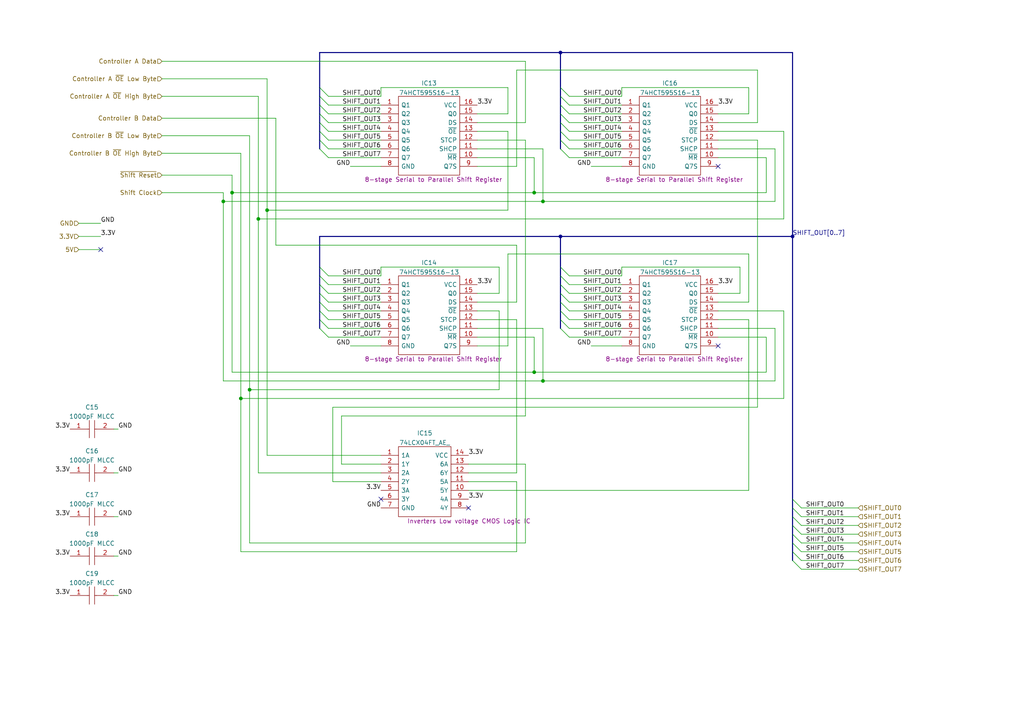
<source format=kicad_sch>
(kicad_sch (version 20211123) (generator eeschema)
  (paper "A4")
  (lib_symbols
    (symbol "Diodes_Inc:74HCT595S16-13" (pin_names (offset 0.762))
      (property "Reference" "IC" (at 24.13 7.62 0))
      (property "Value" "74HCT595S16-13" (at 24.13 5.08 0))
      (property "Description" "8-stage Serial to Parallel Shift Register" (at 24.13 -2.54 0))
      (symbol "74HCT595S16-13_0_0"
        (pin input line (at 0 0 0) (length 5.08) (name "Q1") (number "1"))
        (pin passive line (at 27.94 -15.24 180) (length 5.08) (name "~{MR}") (number "10"))
        (pin passive line (at 27.94 -12.7 180) (length 5.08) (name "SHCP") (number "11"))
        (pin passive line (at 27.94 -10.16 180) (length 5.08) (name "STCP") (number "12"))
        (pin passive line (at 27.94 -7.62 180) (length 5.08) (name "~{OE}") (number "13"))
        (pin passive line (at 27.94 -5.08 180) (length 5.08) (name "DS") (number "14"))
        (pin passive line (at 27.94 -2.54 180) (length 5.08) (name "Q0") (number "15"))
        (pin passive line (at 27.94 0 180) (length 5.08) (name "VCC") (number "16"))
        (pin passive line (at 0 -2.54 0) (length 5.08) (name "Q2") (number "2"))
        (pin passive line (at 0 -5.08 0) (length 5.08) (name "Q3") (number "3"))
        (pin passive line (at 0 -7.62 0) (length 5.08) (name "Q4") (number "4"))
        (pin passive line (at 0 -10.16 0) (length 5.08) (name "Q5") (number "5"))
        (pin passive line (at 0 -12.7 0) (length 5.08) (name "Q6") (number "6"))
        (pin passive line (at 0 -15.24 0) (length 5.08) (name "Q7") (number "7"))
        (pin passive line (at 0 -17.78 0) (length 5.08) (name "GND") (number "8"))
        (pin passive line (at 27.94 -17.78 180) (length 5.08) (name "Q7S") (number "9"))
      )
      (symbol "74HCT595S16-13_0_1"
        (polyline (pts (xy 5.08 2.54) (xy 22.86 2.54) (xy 22.86 -20.32) (xy 5.08 -20.32) (xy 5.08 2.54)) (stroke (width 0.1524)))
      )
    )
    (symbol "Toshiba:74LCX04FT_AE_" (pin_names (offset 0.762))
      (property "Reference" "IC" (at 21.59 7.62 0))
      (property "Value" "74LCX04FT_AE_" (at 21.59 5.08 0))
      (symbol "74LCX04FT_AE__0_0"
        (pin passive line (at 0 0 0) (length 5.08) (name "1A") (number "1"))
        (pin passive line (at 25.4 -10.16 180) (length 5.08) (name "5Y") (number "10"))
        (pin passive line (at 25.4 -7.62 180) (length 5.08) (name "5A") (number "11"))
        (pin passive line (at 25.4 -5.08 180) (length 5.08) (name "6Y") (number "12"))
        (pin passive line (at 25.4 -2.54 180) (length 5.08) (name "6A") (number "13"))
        (pin passive line (at 25.4 0 180) (length 5.08) (name "VCC") (number "14"))
        (pin passive line (at 0 -2.54 0) (length 5.08) (name "1Y") (number "2"))
        (pin passive line (at 0 -5.08 0) (length 5.08) (name "2A") (number "3"))
        (pin passive line (at 0 -7.62 0) (length 5.08) (name "2Y") (number "4"))
        (pin passive line (at 0 -10.16 0) (length 5.08) (name "3A") (number "5"))
        (pin passive line (at 0 -12.7 0) (length 5.08) (name "3Y") (number "6"))
        (pin passive line (at 0 -15.24 0) (length 5.08) (name "GND") (number "7"))
        (pin passive line (at 25.4 -15.24 180) (length 5.08) (name "4Y") (number "8"))
        (pin passive line (at 25.4 -12.7 180) (length 5.08) (name "4A") (number "9"))
      )
      (symbol "74LCX04FT_AE__0_1"
        (polyline (pts (xy 5.08 2.54) (xy 20.32 2.54) (xy 20.32 -17.78) (xy 5.08 -17.78) (xy 5.08 2.54)) (stroke (width 0.1524)))
      )
    )
    (symbol "Wurth_Elektronik:885012207033" (pin_names (offset 0.762))
      (property "Reference" "C" (at 8.89 6.35 0))
      (property "Value" "885012207033" (at 8.89 3.81 0))
      (symbol "885012207033_0_0"
        (pin passive line (at 0 0 0) (length 5.08) (name "~") (number "1"))
        (pin passive line (at 12.7 0 180) (length 5.08) (name "~") (number "2"))
      )
      (symbol "885012207033_0_1"
        (polyline (pts (xy 5.08 0) (xy 5.588 0)) (stroke (width 0.1524)))
        (polyline (pts (xy 5.588 2.54) (xy 5.588 -2.54)) (stroke (width 0.1524)))
        (polyline (pts (xy 7.112 0) (xy 7.62 0)) (stroke (width 0.1524)))
        (polyline (pts (xy 7.112 2.54) (xy 7.112 -2.54)) (stroke (width 0.1524)))
      )
    )
  )
  (junction (at 64.77 58.42))
  (junction (at 77.47 60.96))
  (junction (at 67.31 55.88))
  (junction (at 72.39 113.03))
  (junction (at 74.93 63.5))
  (junction (at 229.87 68.58))
  (junction (at 154.94 107.95))
  (junction (at 157.48 110.49))
  (junction (at 154.94 55.88))
  (junction (at 157.48 58.42))
  (junction (at 69.85 115.57))
  (junction (at 162.56 68.58))
  (junction (at 162.56 15.24))
  (no_connect (at 135.89 147.32))
  (no_connect (at 110.49 144.78))
  (no_connect (at 29.21 72.39))
  (no_connect (at 208.28 100.33))
  (no_connect (at 208.28 48.26))
  (bus_entry (at 162.56 33.02) (size 2.54 2.54))
  (bus_entry (at 162.56 95.25) (size 2.54 2.54))
  (bus_entry (at 232.41 147.32) (size -2.54 -2.54))
  (bus_entry (at 229.87 152.4) (size 2.54 2.54))
  (bus_entry (at 162.56 90.17) (size 2.54 2.54))
  (bus_entry (at 92.71 90.17) (size 2.54 2.54))
  (bus_entry (at 92.71 92.71) (size 2.54 2.54))
  (bus_entry (at 229.87 157.48) (size 2.54 2.54))
  (bus_entry (at 162.56 87.63) (size 2.54 2.54))
  (bus_entry (at 162.56 27.94) (size 2.54 2.54))
  (bus_entry (at 165.1 80.01) (size -2.54 -2.54))
  (bus_entry (at 92.71 85.09) (size 2.54 2.54))
  (bus_entry (at 92.71 82.55) (size 2.54 2.54))
  (bus_entry (at 95.25 80.01) (size -2.54 -2.54))
  (bus_entry (at 92.71 87.63) (size 2.54 2.54))
  (bus_entry (at 162.56 40.64) (size 2.54 2.54))
  (bus_entry (at 162.56 35.56) (size 2.54 2.54))
  (bus_entry (at 162.56 38.1) (size 2.54 2.54))
  (bus_entry (at 229.87 147.32) (size 2.54 2.54))
  (bus_entry (at 229.87 154.94) (size 2.54 2.54))
  (bus_entry (at 162.56 30.48) (size 2.54 2.54))
  (bus_entry (at 162.56 85.09) (size 2.54 2.54))
  (bus_entry (at 92.71 80.01) (size 2.54 2.54))
  (bus_entry (at 232.41 152.4) (size -2.54 -2.54))
  (bus_entry (at 92.71 35.56) (size 2.54 2.54))
  (bus_entry (at 92.71 38.1) (size 2.54 2.54))
  (bus_entry (at 92.71 40.64) (size 2.54 2.54))
  (bus_entry (at 92.71 27.94) (size 2.54 2.54))
  (bus_entry (at 95.25 27.94) (size -2.54 -2.54))
  (bus_entry (at 92.71 30.48) (size 2.54 2.54))
  (bus_entry (at 92.71 33.02) (size 2.54 2.54))
  (bus_entry (at 92.71 43.18) (size 2.54 2.54))
  (bus_entry (at 229.87 162.56) (size 2.54 2.54))
  (bus_entry (at 165.1 27.94) (size -2.54 -2.54))
  (bus_entry (at 162.56 92.71) (size 2.54 2.54))
  (bus_entry (at 229.87 160.02) (size 2.54 2.54))
  (bus_entry (at 162.56 80.01) (size 2.54 2.54))
  (bus_entry (at 92.71 95.25) (size 2.54 2.54))
  (bus_entry (at 162.56 43.18) (size 2.54 2.54))
  (bus_entry (at 162.56 82.55) (size 2.54 2.54))
  (wire (pts (xy 217.17 87.63) (xy 208.28 87.63)))
  (wire (pts (xy 149.86 48.26) (xy 149.86 20.32)))
  (wire (pts (xy 147.32 25.4) (xy 110.49 25.4)))
  (wire (pts (xy 96.52 139.7) (xy 96.52 118.11)))
  (wire (pts (xy 77.47 60.96) (xy 147.32 60.96)))
  (wire (pts (xy 46.99 22.86) (xy 77.47 22.86)))
  (wire (pts (xy 152.4 17.78) (xy 152.4 35.56)))
  (wire (pts (xy 95.25 38.1) (xy 110.49 38.1)))
  (wire (pts (xy 149.86 137.16) (xy 149.86 92.71)))
  (wire (pts (xy 224.79 95.25) (xy 208.28 95.25)))
  (bus (pts (xy 162.56 92.71) (xy 162.56 95.25)))
  (wire (pts (xy 95.25 90.17) (xy 110.49 90.17)))
  (bus (pts (xy 92.71 90.17) (xy 92.71 92.71)))
  (wire (pts (xy 96.52 118.11) (xy 219.71 118.11)))
  (wire (pts (xy 165.1 43.18) (xy 180.34 43.18)))
  (wire (pts (xy 22.86 72.39) (xy 29.21 72.39)))
  (bus (pts (xy 229.87 144.78) (xy 229.87 147.32)))
  (wire (pts (xy 222.25 45.72) (xy 208.28 45.72)))
  (wire (pts (xy 165.1 95.25) (xy 180.34 95.25)))
  (wire (pts (xy 101.6 48.26) (xy 110.49 48.26)))
  (wire (pts (xy 147.32 73.66) (xy 217.17 73.66)))
  (wire (pts (xy 149.86 20.32) (xy 219.71 20.32)))
  (wire (pts (xy 80.01 34.29) (xy 80.01 71.12)))
  (bus (pts (xy 162.56 35.56) (xy 162.56 38.1)))
  (wire (pts (xy 154.94 55.88) (xy 154.94 45.72)))
  (wire (pts (xy 222.25 107.95) (xy 222.25 97.79)))
  (wire (pts (xy 110.49 80.01) (xy 110.49 77.47)))
  (bus (pts (xy 162.56 33.02) (xy 162.56 35.56)))
  (wire (pts (xy 147.32 38.1) (xy 147.32 60.96)))
  (wire (pts (xy 101.6 100.33) (xy 110.49 100.33)))
  (wire (pts (xy 219.71 118.11) (xy 219.71 40.64)))
  (bus (pts (xy 92.71 68.58) (xy 162.56 68.58)))
  (bus (pts (xy 92.71 30.48) (xy 92.71 33.02)))
  (wire (pts (xy 154.94 107.95) (xy 154.94 97.79)))
  (bus (pts (xy 162.56 27.94) (xy 162.56 30.48)))
  (wire (pts (xy 95.25 82.55) (xy 110.49 82.55)))
  (bus (pts (xy 162.56 80.01) (xy 162.56 82.55)))
  (wire (pts (xy 224.79 43.18) (xy 208.28 43.18)))
  (wire (pts (xy 217.17 73.66) (xy 217.17 87.63)))
  (wire (pts (xy 64.77 58.42) (xy 157.48 58.42)))
  (bus (pts (xy 92.71 33.02) (xy 92.71 35.56)))
  (wire (pts (xy 95.25 33.02) (xy 110.49 33.02)))
  (wire (pts (xy 64.77 55.88) (xy 64.77 58.42)))
  (wire (pts (xy 154.94 107.95) (xy 222.25 107.95)))
  (wire (pts (xy 219.71 20.32) (xy 219.71 35.56)))
  (bus (pts (xy 92.71 87.63) (xy 92.71 90.17)))
  (bus (pts (xy 92.71 15.24) (xy 92.71 25.4)))
  (wire (pts (xy 33.02 124.46) (xy 34.29 124.46)))
  (wire (pts (xy 152.4 35.56) (xy 138.43 35.56)))
  (wire (pts (xy 74.93 63.5) (xy 74.93 137.16)))
  (wire (pts (xy 95.25 87.63) (xy 110.49 87.63)))
  (wire (pts (xy 165.1 80.01) (xy 180.34 80.01)))
  (wire (pts (xy 217.17 142.24) (xy 217.17 92.71)))
  (bus (pts (xy 162.56 87.63) (xy 162.56 90.17)))
  (bus (pts (xy 92.71 35.56) (xy 92.71 38.1)))
  (wire (pts (xy 227.33 90.17) (xy 208.28 90.17)))
  (wire (pts (xy 46.99 27.94) (xy 74.93 27.94)))
  (wire (pts (xy 95.25 92.71) (xy 110.49 92.71)))
  (wire (pts (xy 149.86 92.71) (xy 138.43 92.71)))
  (wire (pts (xy 138.43 33.02) (xy 147.32 33.02)))
  (bus (pts (xy 92.71 68.58) (xy 92.71 77.47)))
  (wire (pts (xy 64.77 110.49) (xy 157.48 110.49)))
  (wire (pts (xy 33.02 161.29) (xy 34.29 161.29)))
  (wire (pts (xy 77.47 22.86) (xy 77.47 60.96)))
  (wire (pts (xy 46.99 39.37) (xy 72.39 39.37)))
  (bus (pts (xy 229.87 152.4) (xy 229.87 154.94)))
  (wire (pts (xy 99.06 134.62) (xy 99.06 120.65)))
  (wire (pts (xy 232.41 154.94) (xy 248.92 154.94)))
  (bus (pts (xy 162.56 85.09) (xy 162.56 87.63)))
  (wire (pts (xy 135.89 134.62) (xy 152.4 134.62)))
  (wire (pts (xy 224.79 110.49) (xy 224.79 95.25)))
  (bus (pts (xy 92.71 80.01) (xy 92.71 82.55)))
  (wire (pts (xy 149.86 160.02) (xy 149.86 139.7)))
  (wire (pts (xy 157.48 110.49) (xy 157.48 95.25)))
  (wire (pts (xy 219.71 35.56) (xy 208.28 35.56)))
  (wire (pts (xy 99.06 120.65) (xy 152.4 120.65)))
  (wire (pts (xy 80.01 71.12) (xy 149.86 71.12)))
  (wire (pts (xy 138.43 85.09) (xy 144.78 85.09)))
  (wire (pts (xy 222.25 55.88) (xy 222.25 45.72)))
  (bus (pts (xy 92.71 85.09) (xy 92.71 87.63)))
  (wire (pts (xy 165.1 92.71) (xy 180.34 92.71)))
  (wire (pts (xy 95.25 45.72) (xy 110.49 45.72)))
  (wire (pts (xy 152.4 157.48) (xy 72.39 157.48)))
  (wire (pts (xy 135.89 142.24) (xy 217.17 142.24)))
  (wire (pts (xy 46.99 44.45) (xy 69.85 44.45)))
  (wire (pts (xy 180.34 80.01) (xy 180.34 77.47)))
  (wire (pts (xy 157.48 58.42) (xy 224.79 58.42)))
  (wire (pts (xy 95.25 30.48) (xy 110.49 30.48)))
  (wire (pts (xy 74.93 27.94) (xy 74.93 63.5)))
  (wire (pts (xy 165.1 87.63) (xy 180.34 87.63)))
  (wire (pts (xy 154.94 55.88) (xy 222.25 55.88)))
  (wire (pts (xy 144.78 90.17) (xy 138.43 90.17)))
  (wire (pts (xy 165.1 45.72) (xy 180.34 45.72)))
  (wire (pts (xy 95.25 97.79) (xy 110.49 97.79)))
  (wire (pts (xy 67.31 107.95) (xy 154.94 107.95)))
  (bus (pts (xy 162.56 38.1) (xy 162.56 40.64)))
  (wire (pts (xy 74.93 63.5) (xy 227.33 63.5)))
  (wire (pts (xy 46.99 17.78) (xy 152.4 17.78)))
  (bus (pts (xy 162.56 15.24) (xy 162.56 25.4)))
  (wire (pts (xy 138.43 48.26) (xy 149.86 48.26)))
  (bus (pts (xy 162.56 90.17) (xy 162.56 92.71)))
  (wire (pts (xy 22.86 64.77) (xy 29.21 64.77)))
  (wire (pts (xy 135.89 137.16) (xy 149.86 137.16)))
  (wire (pts (xy 154.94 45.72) (xy 138.43 45.72)))
  (wire (pts (xy 144.78 113.03) (xy 144.78 90.17)))
  (wire (pts (xy 95.25 35.56) (xy 110.49 35.56)))
  (wire (pts (xy 232.41 147.32) (xy 248.92 147.32)))
  (wire (pts (xy 95.25 80.01) (xy 110.49 80.01)))
  (wire (pts (xy 69.85 160.02) (xy 149.86 160.02)))
  (wire (pts (xy 171.45 48.26) (xy 180.34 48.26)))
  (wire (pts (xy 165.1 85.09) (xy 180.34 85.09)))
  (wire (pts (xy 72.39 113.03) (xy 72.39 157.48)))
  (wire (pts (xy 144.78 85.09) (xy 144.78 77.47)))
  (wire (pts (xy 208.28 85.09) (xy 214.63 85.09)))
  (bus (pts (xy 92.71 27.94) (xy 92.71 30.48)))
  (bus (pts (xy 92.71 82.55) (xy 92.71 85.09)))
  (wire (pts (xy 77.47 132.08) (xy 110.49 132.08)))
  (wire (pts (xy 95.25 40.64) (xy 110.49 40.64)))
  (wire (pts (xy 165.1 90.17) (xy 180.34 90.17)))
  (wire (pts (xy 227.33 115.57) (xy 227.33 90.17)))
  (wire (pts (xy 165.1 40.64) (xy 180.34 40.64)))
  (wire (pts (xy 95.25 85.09) (xy 110.49 85.09)))
  (wire (pts (xy 69.85 115.57) (xy 69.85 160.02)))
  (wire (pts (xy 222.25 97.79) (xy 208.28 97.79)))
  (wire (pts (xy 232.41 152.4) (xy 248.92 152.4)))
  (bus (pts (xy 162.56 77.47) (xy 162.56 80.01)))
  (wire (pts (xy 214.63 77.47) (xy 180.34 77.47)))
  (wire (pts (xy 149.86 71.12) (xy 149.86 87.63)))
  (wire (pts (xy 138.43 38.1) (xy 147.32 38.1)))
  (wire (pts (xy 138.43 100.33) (xy 147.32 100.33)))
  (wire (pts (xy 149.86 87.63) (xy 138.43 87.63)))
  (wire (pts (xy 165.1 35.56) (xy 180.34 35.56)))
  (wire (pts (xy 33.02 137.16) (xy 34.29 137.16)))
  (wire (pts (xy 110.49 134.62) (xy 99.06 134.62)))
  (bus (pts (xy 92.71 77.47) (xy 92.71 80.01)))
  (bus (pts (xy 92.71 15.24) (xy 162.56 15.24)))
  (wire (pts (xy 138.43 95.25) (xy 157.48 95.25)))
  (bus (pts (xy 92.71 40.64) (xy 92.71 43.18)))
  (bus (pts (xy 229.87 15.24) (xy 229.87 68.58)))
  (wire (pts (xy 165.1 97.79) (xy 180.34 97.79)))
  (wire (pts (xy 171.45 100.33) (xy 180.34 100.33)))
  (wire (pts (xy 232.41 157.48) (xy 248.92 157.48)))
  (wire (pts (xy 77.47 60.96) (xy 77.47 132.08)))
  (wire (pts (xy 227.33 38.1) (xy 208.28 38.1)))
  (wire (pts (xy 165.1 33.02) (xy 180.34 33.02)))
  (bus (pts (xy 229.87 149.86) (xy 229.87 152.4)))
  (wire (pts (xy 67.31 55.88) (xy 154.94 55.88)))
  (wire (pts (xy 64.77 58.42) (xy 64.77 110.49)))
  (wire (pts (xy 147.32 100.33) (xy 147.32 73.66)))
  (wire (pts (xy 72.39 39.37) (xy 72.39 113.03)))
  (wire (pts (xy 22.86 68.58) (xy 29.21 68.58)))
  (wire (pts (xy 67.31 55.88) (xy 67.31 107.95)))
  (wire (pts (xy 227.33 63.5) (xy 227.33 38.1)))
  (wire (pts (xy 74.93 137.16) (xy 110.49 137.16)))
  (bus (pts (xy 229.87 157.48) (xy 229.87 160.02)))
  (wire (pts (xy 46.99 55.88) (xy 64.77 55.88)))
  (bus (pts (xy 92.71 92.71) (xy 92.71 95.25)))
  (wire (pts (xy 144.78 77.47) (xy 110.49 77.47)))
  (wire (pts (xy 180.34 27.94) (xy 180.34 25.4)))
  (bus (pts (xy 92.71 38.1) (xy 92.71 40.64)))
  (wire (pts (xy 152.4 40.64) (xy 152.4 120.65)))
  (wire (pts (xy 165.1 30.48) (xy 180.34 30.48)))
  (wire (pts (xy 154.94 97.79) (xy 138.43 97.79)))
  (wire (pts (xy 217.17 92.71) (xy 208.28 92.71)))
  (wire (pts (xy 110.49 27.94) (xy 110.49 25.4)))
  (wire (pts (xy 69.85 44.45) (xy 69.85 115.57)))
  (wire (pts (xy 157.48 43.18) (xy 138.43 43.18)))
  (wire (pts (xy 232.41 160.02) (xy 248.92 160.02)))
  (wire (pts (xy 33.02 172.72) (xy 34.29 172.72)))
  (bus (pts (xy 162.56 68.58) (xy 229.87 68.58)))
  (wire (pts (xy 214.63 85.09) (xy 214.63 77.47)))
  (wire (pts (xy 95.25 27.94) (xy 110.49 27.94)))
  (wire (pts (xy 157.48 110.49) (xy 224.79 110.49)))
  (bus (pts (xy 162.56 82.55) (xy 162.56 85.09)))
  (wire (pts (xy 152.4 40.64) (xy 138.43 40.64)))
  (wire (pts (xy 217.17 25.4) (xy 180.34 25.4)))
  (bus (pts (xy 229.87 160.02) (xy 229.87 162.56)))
  (wire (pts (xy 95.25 43.18) (xy 110.49 43.18)))
  (bus (pts (xy 162.56 15.24) (xy 229.87 15.24)))
  (wire (pts (xy 208.28 33.02) (xy 217.17 33.02)))
  (bus (pts (xy 162.56 68.58) (xy 162.56 77.47)))
  (wire (pts (xy 149.86 139.7) (xy 135.89 139.7)))
  (wire (pts (xy 157.48 58.42) (xy 157.48 43.18)))
  (bus (pts (xy 229.87 154.94) (xy 229.87 157.48)))
  (bus (pts (xy 162.56 30.48) (xy 162.56 33.02)))
  (wire (pts (xy 95.25 95.25) (xy 110.49 95.25)))
  (bus (pts (xy 162.56 40.64) (xy 162.56 43.18)))
  (wire (pts (xy 232.41 165.1) (xy 248.92 165.1)))
  (wire (pts (xy 147.32 33.02) (xy 147.32 25.4)))
  (wire (pts (xy 165.1 82.55) (xy 180.34 82.55)))
  (wire (pts (xy 152.4 134.62) (xy 152.4 157.48)))
  (wire (pts (xy 165.1 27.94) (xy 180.34 27.94)))
  (wire (pts (xy 67.31 50.8) (xy 67.31 55.88)))
  (bus (pts (xy 92.71 25.4) (xy 92.71 27.94)))
  (bus (pts (xy 162.56 25.4) (xy 162.56 27.94)))
  (wire (pts (xy 165.1 38.1) (xy 180.34 38.1)))
  (wire (pts (xy 232.41 149.86) (xy 248.92 149.86)))
  (bus (pts (xy 229.87 68.58) (xy 229.87 144.78)))
  (wire (pts (xy 69.85 115.57) (xy 227.33 115.57)))
  (wire (pts (xy 110.49 139.7) (xy 96.52 139.7)))
  (wire (pts (xy 33.02 149.86) (xy 34.29 149.86)))
  (wire (pts (xy 217.17 33.02) (xy 217.17 25.4)))
  (wire (pts (xy 72.39 113.03) (xy 144.78 113.03)))
  (wire (pts (xy 219.71 40.64) (xy 208.28 40.64)))
  (bus (pts (xy 229.87 147.32) (xy 229.87 149.86)))
  (wire (pts (xy 232.41 162.56) (xy 248.92 162.56)))
  (wire (pts (xy 224.79 58.42) (xy 224.79 43.18)))
  (wire (pts (xy 46.99 34.29) (xy 80.01 34.29)))
  (wire (pts (xy 46.99 50.8) (xy 67.31 50.8)))
  (label "SHIFT_OUT3" (at 180.34 87.63 180))
  (label "3.3V" (at 208.28 30.48 0))
  (label "SHIFT_OUT4" (at 180.34 90.17 180))
  (label "SHIFT_OUT2" (at 180.34 85.09 180))
  (label "SHIFT_OUT2" (at 180.34 33.02 180))
  (label "SHIFT_OUT3" (at 233.68 154.94 0))
  (label "GND" (at 101.6 48.26 180))
  (label "SHIFT_OUT4" (at 110.49 90.17 180))
  (label "GND" (at 171.45 48.26 180))
  (label "SHIFT_OUT5" (at 233.68 160.02 0))
  (label "3.3V" (at 20.32 172.72 180))
  (label "SHIFT_OUT0" (at 110.49 80.01 180))
  (label "SHIFT_OUT1" (at 233.68 149.86 0))
  (label "3.3V" (at 20.32 149.86 180))
  (label "3.3V" (at 208.28 82.55 0))
  (label "GND" (at 34.29 161.29 0))
  (label "SHIFT_OUT2" (at 233.68 152.4 0))
  (label "SHIFT_OUT6" (at 180.34 43.18 180))
  (label "SHIFT_OUT5" (at 180.34 40.64 180))
  (label "3.3V" (at 20.32 124.46 180))
  (label "SHIFT_OUT5" (at 180.34 92.71 180))
  (label "SHIFT_OUT7" (at 180.34 45.72 180))
  (label "3.3V" (at 135.89 132.08 0))
  (label "3.3V" (at 20.32 161.29 180))
  (label "GND" (at 34.29 124.46 0))
  (label "SHIFT_OUT1" (at 180.34 30.48 180))
  (label "SHIFT_OUT1" (at 110.49 30.48 180))
  (label "SHIFT_OUT0" (at 180.34 27.94 180))
  (label "SHIFT_OUT[0..7]" (at 229.87 68.58 0))
  (label "GND" (at 171.45 100.33 180))
  (label "GND" (at 34.29 149.86 0))
  (label "SHIFT_OUT5" (at 110.49 40.64 180))
  (label "GND" (at 34.29 137.16 0))
  (label "SHIFT_OUT3" (at 110.49 35.56 180))
  (label "SHIFT_OUT2" (at 110.49 33.02 180))
  (label "SHIFT_OUT7" (at 180.34 97.79 180))
  (label "GND" (at 29.21 64.77 0))
  (label "GND" (at 110.49 147.32 180))
  (label "SHIFT_OUT7" (at 110.49 97.79 180))
  (label "SHIFT_OUT0" (at 110.49 27.94 180))
  (label "SHIFT_OUT4" (at 233.68 157.48 0))
  (label "SHIFT_OUT5" (at 110.49 92.71 180))
  (label "SHIFT_OUT6" (at 110.49 95.25 180))
  (label "SHIFT_OUT4" (at 180.34 38.1 180))
  (label "SHIFT_OUT6" (at 110.49 43.18 180))
  (label "SHIFT_OUT3" (at 180.34 35.56 180))
  (label "SHIFT_OUT3" (at 110.49 87.63 180))
  (label "SHIFT_OUT6" (at 233.68 162.56 0))
  (label "SHIFT_OUT4" (at 110.49 38.1 180))
  (label "SHIFT_OUT7" (at 110.49 45.72 180))
  (label "3.3V" (at 110.49 142.24 180))
  (label "3.3V" (at 138.43 82.55 0))
  (label "SHIFT_OUT1" (at 180.34 82.55 180))
  (label "SHIFT_OUT0" (at 180.34 80.01 180))
  (label "3.3V" (at 135.89 144.78 0))
  (label "3.3V" (at 20.32 137.16 180))
  (label "3.3V" (at 29.21 68.58 0))
  (label "GND" (at 101.6 100.33 180))
  (label "SHIFT_OUT0" (at 233.68 147.32 0))
  (label "3.3V" (at 138.43 30.48 0))
  (label "SHIFT_OUT2" (at 110.49 85.09 180))
  (label "GND" (at 34.29 172.72 0))
  (label "SHIFT_OUT7" (at 233.68 165.1 0))
  (label "SHIFT_OUT1" (at 110.49 82.55 180))
  (label "SHIFT_OUT6" (at 180.34 95.25 180))
  (hierarchical_label "SHIFT_OUT2" (shape input) (at 248.92 152.4 0))
  (hierarchical_label "SHIFT_OUT6" (shape input) (at 248.92 162.56 0))
  (hierarchical_label "SHIFT_OUT1" (shape input) (at 248.92 149.86 0))
  (hierarchical_label "SHIFT_OUT3" (shape input) (at 248.92 154.94 0))
  (hierarchical_label "Controller B Data" (shape input) (at 46.99 34.29 180))
  (hierarchical_label "Controller A Data" (shape input) (at 46.99 17.78 180))
  (hierarchical_label "Controller B ~{OE} High Byte" (shape input) (at 46.99 44.45 180))
  (hierarchical_label "5V" (shape input) (at 22.86 72.39 180))
  (hierarchical_label "Shift Clock" (shape input) (at 46.99 55.88 180))
  (hierarchical_label "Controller A ~{OE} High Byte" (shape input) (at 46.99 27.94 180))
  (hierarchical_label "Controller B ~{OE} Low Byte" (shape input) (at 46.99 39.37 180))
  (hierarchical_label "GND" (shape input) (at 22.86 64.77 180))
  (hierarchical_label "SHIFT_OUT0" (shape input) (at 248.92 147.32 0))
  (hierarchical_label "Controller A ~{OE} Low Byte" (shape input) (at 46.99 22.86 180))
  (hierarchical_label "SHIFT_OUT4" (shape input) (at 248.92 157.48 0))
  (hierarchical_label "SHIFT_OUT5" (shape input) (at 248.92 160.02 0))
  (hierarchical_label "~{Shift Reset}" (shape input) (at 46.99 50.8 180))
  (hierarchical_label "SHIFT_OUT7" (shape input) (at 248.92 165.1 0))
  (hierarchical_label "3.3V" (shape input) (at 22.86 68.58 180))
  (symbol (lib_id "Wurth_Elektronik:885012207033") (at 20.32 137.16 0)
    (property "Reference" "C16" (at 26.67 130.81 0))
    (property "Value" "1000pF MLCC" (at 26.67 133.4794 0))
    (property "Footprint" "CAPC2012X90N" (effects hide))
    (property "Datasheet" "https://katalog.we-online.com/pbs/datasheet/885012207033.pdf" (effects hide))
    (property "Description" "Multilayer Ceramic Chip Capacitor WCAP-CSGP Series 0805 1000pF X7R0805102K016DFCT10000" (effects hide))
    (property "Height" "0.9" (effects hide))
    (property "Mouser Part Number" "710-885012207033" (effects hide))
    (property "Mouser Price/Stock" "https://www.mouser.co.uk/ProductDetail/Wurth-Elektronik/885012207033?qs=0KOYDY2FL28ky2lrUPvQ%2Fw%3D%3D" (effects hide))
    (property "Manufacturer_Name" "Wurth Elektronik" (effects hide))
    (property "Manufacturer_Part_Number" "885012207033" (effects hide))
  )
  (symbol (lib_id "Diodes_Inc:74HCT595S16-13") (at 180.34 30.48 0)
    (property "Reference" "IC16" (at 194.31 24.13 0))
    (property "Value" "74HCT595S16-13" (at 194.31 26.9051 0))
    (property "Footprint" "SOIC127P600X175-16N" (effects hide))
    (property "Datasheet" "https://www.diodes.com/assets/Datasheets/74HCT595.pdf" (effects hide))
    (property "Description" "8-stage Serial to Parallel Shift Register" (at 195.58 52.07 0))
    (property "Height" "1.75" (effects hide))
    (property "Manufacturer_Name" "Diodes Inc." (effects hide))
    (property "Manufacturer_Part_Number" "74HCT595S16-13" (effects hide))
    (property "Mouser Part Number" "621-74HCT595S16-13" (effects hide))
    (property "Mouser Price/Stock" "https://www.mouser.co.uk/ProductDetail/Diodes-Incorporated/74HCT595S16-13?qs=Oxncjon6mbpgzt%2FDZvS0qg%3D%3D" (effects hide))
  )
  (symbol (lib_id "Diodes_Inc:74HCT595S16-13") (at 180.34 82.55 0)
    (property "Reference" "IC17" (at 194.31 76.2 0))
    (property "Value" "74HCT595S16-13" (at 194.31 78.9751 0))
    (property "Footprint" "SOIC127P600X175-16N" (effects hide))
    (property "Datasheet" "https://www.diodes.com/assets/Datasheets/74HCT595.pdf" (effects hide))
    (property "Description" "8-stage Serial to Parallel Shift Register" (at 195.58 104.14 0))
    (property "Height" "1.75" (effects hide))
    (property "Manufacturer_Name" "Diodes Inc." (effects hide))
    (property "Manufacturer_Part_Number" "74HCT595S16-13" (effects hide))
    (property "Mouser Part Number" "621-74HCT595S16-13" (effects hide))
    (property "Mouser Price/Stock" "https://www.mouser.co.uk/ProductDetail/Diodes-Incorporated/74HCT595S16-13?qs=Oxncjon6mbpgzt%2FDZvS0qg%3D%3D" (effects hide))
  )
  (symbol (lib_id "Wurth_Elektronik:885012207033") (at 20.32 161.29 0)
    (property "Reference" "C18" (at 26.67 154.94 0))
    (property "Value" "1000pF MLCC" (at 26.67 157.6094 0))
    (property "Footprint" "CAPC2012X90N" (effects hide))
    (property "Datasheet" "https://katalog.we-online.com/pbs/datasheet/885012207033.pdf" (effects hide))
    (property "Description" "Multilayer Ceramic Chip Capacitor WCAP-CSGP Series 0805 1000pF X7R0805102K016DFCT10000" (effects hide))
    (property "Height" "0.9" (effects hide))
    (property "Mouser Part Number" "710-885012207033" (effects hide))
    (property "Mouser Price/Stock" "https://www.mouser.co.uk/ProductDetail/Wurth-Elektronik/885012207033?qs=0KOYDY2FL28ky2lrUPvQ%2Fw%3D%3D" (effects hide))
    (property "Manufacturer_Name" "Wurth Elektronik" (effects hide))
    (property "Manufacturer_Part_Number" "885012207033" (effects hide))
  )
  (symbol (lib_id "Wurth_Elektronik:885012207033") (at 20.32 124.46 0)
    (property "Reference" "C15" (at 26.67 118.11 0))
    (property "Value" "1000pF MLCC" (at 26.67 120.7794 0))
    (property "Footprint" "CAPC2012X90N" (effects hide))
    (property "Datasheet" "https://katalog.we-online.com/pbs/datasheet/885012207033.pdf" (effects hide))
    (property "Description" "Multilayer Ceramic Chip Capacitor WCAP-CSGP Series 0805 1000pF X7R0805102K016DFCT10000" (effects hide))
    (property "Height" "0.9" (effects hide))
    (property "Mouser Part Number" "710-885012207033" (effects hide))
    (property "Mouser Price/Stock" "https://www.mouser.co.uk/ProductDetail/Wurth-Elektronik/885012207033?qs=0KOYDY2FL28ky2lrUPvQ%2Fw%3D%3D" (effects hide))
    (property "Manufacturer_Name" "Wurth Elektronik" (effects hide))
    (property "Manufacturer_Part_Number" "885012207033" (effects hide))
  )
  (symbol (lib_id "Toshiba:74LCX04FT_AE_") (at 110.49 132.08 0)
    (property "Reference" "IC15" (at 123.19 125.6243 0))
    (property "Value" "74LCX04FT_AE_" (at 123.19 128.3994 0))
    (property "Footprint" "SOP65P640X120-14N" (effects hide))
    (property "Datasheet" "https://toshiba.semicon-storage.com/info/docget.jsp?did=15379&prodName=74LCX04FT" (effects hide))
    (property "Description" "Inverters Low voltage CMOS Logic IC" (at 118.11 151.13 0) (effects (justify left)))
    (property "Height" "1.2" (effects hide))
    (property "Mouser Part Number" "757-74LCX04FTAE" (effects hide))
    (property "Mouser Price/Stock" "https://www.mouser.co.uk/ProductDetail/Toshiba/74LCX04FTAE?qs=cW4DzVrAanMxusL1byWNzQ%3D%3D" (effects hide))
    (property "Manufacturer_Name" "Toshiba" (effects hide))
    (property "Manufacturer_Part_Number" "74LCX04FT(AE)" (effects hide))
  )
  (symbol (lib_id "Wurth_Elektronik:885012207033") (at 20.32 172.72 0)
    (property "Reference" "C19" (at 26.67 166.37 0))
    (property "Value" "1000pF MLCC" (at 26.67 169.0394 0))
    (property "Footprint" "CAPC2012X90N" (effects hide))
    (property "Datasheet" "https://katalog.we-online.com/pbs/datasheet/885012207033.pdf" (effects hide))
    (property "Description" "Multilayer Ceramic Chip Capacitor WCAP-CSGP Series 0805 1000pF X7R0805102K016DFCT10000" (effects hide))
    (property "Height" "0.9" (effects hide))
    (property "Mouser Part Number" "710-885012207033" (effects hide))
    (property "Mouser Price/Stock" "https://www.mouser.co.uk/ProductDetail/Wurth-Elektronik/885012207033?qs=0KOYDY2FL28ky2lrUPvQ%2Fw%3D%3D" (effects hide))
    (property "Manufacturer_Name" "Wurth Elektronik" (effects hide))
    (property "Manufacturer_Part_Number" "885012207033" (effects hide))
  )
  (symbol (lib_id "Diodes_Inc:74HCT595S16-13") (at 110.49 30.48 0)
    (property "Reference" "IC13" (at 124.46 24.13 0))
    (property "Value" "74HCT595S16-13" (at 124.46 26.9051 0))
    (property "Footprint" "SOIC127P600X175-16N" (effects hide))
    (property "Datasheet" "https://www.diodes.com/assets/Datasheets/74HCT595.pdf" (effects hide))
    (property "Description" "8-stage Serial to Parallel Shift Register" (at 125.73 52.07 0))
    (property "Height" "1.75" (effects hide))
    (property "Manufacturer_Name" "Diodes Inc." (effects hide))
    (property "Manufacturer_Part_Number" "74HCT595S16-13" (effects hide))
    (property "Mouser Part Number" "621-74HCT595S16-13" (effects hide))
    (property "Mouser Price/Stock" "https://www.mouser.co.uk/ProductDetail/Diodes-Incorporated/74HCT595S16-13?qs=Oxncjon6mbpgzt%2FDZvS0qg%3D%3D" (effects hide))
  )
  (symbol (lib_id "Wurth_Elektronik:885012207033") (at 20.32 149.86 0)
    (property "Reference" "C17" (at 26.67 143.51 0))
    (property "Value" "1000pF MLCC" (at 26.67 146.1794 0))
    (property "Footprint" "CAPC2012X90N" (effects hide))
    (property "Datasheet" "https://katalog.we-online.com/pbs/datasheet/885012207033.pdf" (effects hide))
    (property "Description" "Multilayer Ceramic Chip Capacitor WCAP-CSGP Series 0805 1000pF X7R0805102K016DFCT10000" (effects hide))
    (property "Height" "0.9" (effects hide))
    (property "Mouser Part Number" "710-885012207033" (effects hide))
    (property "Mouser Price/Stock" "https://www.mouser.co.uk/ProductDetail/Wurth-Elektronik/885012207033?qs=0KOYDY2FL28ky2lrUPvQ%2Fw%3D%3D" (effects hide))
    (property "Manufacturer_Name" "Wurth Elektronik" (effects hide))
    (property "Manufacturer_Part_Number" "885012207033" (effects hide))
  )
  (symbol (lib_id "Diodes_Inc:74HCT595S16-13") (at 110.49 82.55 0)
    (property "Reference" "IC14" (at 124.46 76.2 0))
    (property "Value" "74HCT595S16-13" (at 124.46 78.9751 0))
    (property "Footprint" "SOIC127P600X175-16N" (effects hide))
    (property "Datasheet" "https://www.diodes.com/assets/Datasheets/74HCT595.pdf" (effects hide))
    (property "Description" "8-stage Serial to Parallel Shift Register" (at 125.73 104.14 0))
    (property "Height" "1.75" (effects hide))
    (property "Manufacturer_Name" "Diodes Inc." (effects hide))
    (property "Manufacturer_Part_Number" "74HCT595S16-13" (effects hide))
    (property "Mouser Part Number" "621-74HCT595S16-13" (effects hide))
    (property "Mouser Price/Stock" "https://www.mouser.co.uk/ProductDetail/Diodes-Incorporated/74HCT595S16-13?qs=Oxncjon6mbpgzt%2FDZvS0qg%3D%3D" (effects hide))
  )
)
</source>
